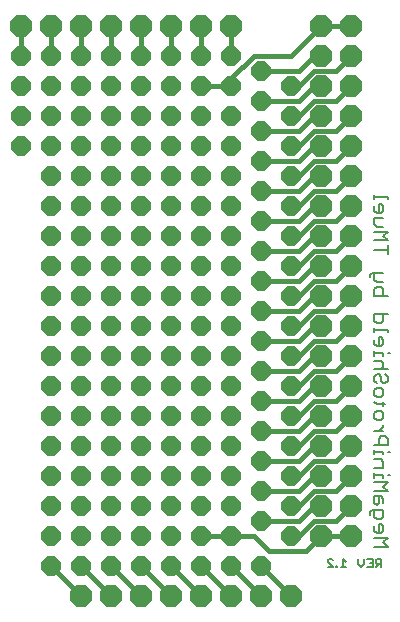
<source format=gbl>
G75*
G70*
%OFA0B0*%
%FSLAX24Y24*%
%IPPOS*%
%LPD*%
%AMOC8*
5,1,8,0,0,1.08239X$1,22.5*
%
%ADD10C,0.0060*%
%ADD11OC8,0.0709*%
%ADD12OC8,0.0650*%
%ADD13C,0.0160*%
D10*
X011716Y002460D02*
X011890Y002460D01*
X011716Y002633D01*
X011716Y002677D01*
X011760Y002720D01*
X011846Y002720D01*
X011890Y002677D01*
X011994Y002503D02*
X011994Y002460D01*
X012037Y002460D01*
X012037Y002503D01*
X011994Y002503D01*
X012158Y002460D02*
X012332Y002460D01*
X012245Y002460D02*
X012245Y002720D01*
X012332Y002633D01*
X012747Y002547D02*
X012747Y002720D01*
X012747Y002547D02*
X012834Y002460D01*
X012921Y002547D01*
X012921Y002720D01*
X013042Y002720D02*
X013216Y002720D01*
X013216Y002460D01*
X013042Y002460D01*
X013129Y002590D02*
X013216Y002590D01*
X013337Y002590D02*
X013337Y002677D01*
X013380Y002720D01*
X013510Y002720D01*
X013510Y002460D01*
X013510Y002547D02*
X013380Y002547D01*
X013337Y002590D01*
X013423Y002547D02*
X013337Y002460D01*
X013280Y003137D02*
X013720Y003137D01*
X013574Y003283D01*
X013720Y003430D01*
X013280Y003430D01*
X013353Y003597D02*
X013280Y003670D01*
X013280Y003817D01*
X013427Y003890D02*
X013427Y003597D01*
X013500Y003597D02*
X013353Y003597D01*
X013500Y003597D02*
X013574Y003670D01*
X013574Y003817D01*
X013500Y003890D01*
X013427Y003890D01*
X013500Y004057D02*
X013353Y004057D01*
X013280Y004131D01*
X013280Y004351D01*
X013207Y004351D02*
X013574Y004351D01*
X013574Y004131D01*
X013500Y004057D01*
X013207Y004351D02*
X013133Y004277D01*
X013133Y004204D01*
X013353Y004518D02*
X013280Y004591D01*
X013280Y004811D01*
X013500Y004811D01*
X013574Y004738D01*
X013574Y004591D01*
X013427Y004591D02*
X013353Y004518D01*
X013427Y004591D02*
X013427Y004811D01*
X013280Y004978D02*
X013720Y004978D01*
X013574Y005125D01*
X013720Y005272D01*
X013280Y005272D01*
X013280Y005438D02*
X013280Y005585D01*
X013280Y005512D02*
X013574Y005512D01*
X013574Y005438D01*
X013720Y005512D02*
X013794Y005512D01*
X013574Y005745D02*
X013574Y005966D01*
X013500Y006039D01*
X013280Y006039D01*
X013280Y006206D02*
X013280Y006353D01*
X013280Y006279D02*
X013574Y006279D01*
X013574Y006206D01*
X013720Y006279D02*
X013794Y006279D01*
X013720Y006513D02*
X013720Y006733D01*
X013647Y006806D01*
X013500Y006806D01*
X013427Y006733D01*
X013427Y006513D01*
X013280Y006513D02*
X013720Y006513D01*
X013574Y006973D02*
X013280Y006973D01*
X013427Y006973D02*
X013574Y007120D01*
X013574Y007193D01*
X013500Y007357D02*
X013353Y007357D01*
X013280Y007430D01*
X013280Y007577D01*
X013353Y007650D01*
X013500Y007650D01*
X013574Y007577D01*
X013574Y007430D01*
X013500Y007357D01*
X013574Y007817D02*
X013574Y007964D01*
X013647Y007891D02*
X013353Y007891D01*
X013280Y007964D01*
X013353Y008124D02*
X013280Y008197D01*
X013280Y008344D01*
X013353Y008418D01*
X013500Y008418D01*
X013574Y008344D01*
X013574Y008197D01*
X013500Y008124D01*
X013353Y008124D01*
X013353Y008584D02*
X013280Y008658D01*
X013280Y008805D01*
X013353Y008878D01*
X013427Y008878D01*
X013500Y008805D01*
X013500Y008658D01*
X013574Y008584D01*
X013647Y008584D01*
X013720Y008658D01*
X013720Y008805D01*
X013647Y008878D01*
X013720Y009045D02*
X013280Y009045D01*
X013500Y009045D02*
X013574Y009118D01*
X013574Y009265D01*
X013500Y009338D01*
X013280Y009338D01*
X013280Y009505D02*
X013280Y009652D01*
X013280Y009579D02*
X013574Y009579D01*
X013574Y009505D01*
X013720Y009579D02*
X013794Y009579D01*
X013500Y009812D02*
X013574Y009886D01*
X013574Y010032D01*
X013500Y010106D01*
X013427Y010106D01*
X013427Y009812D01*
X013500Y009812D02*
X013353Y009812D01*
X013280Y009886D01*
X013280Y010032D01*
X013280Y010273D02*
X013280Y010419D01*
X013280Y010346D02*
X013720Y010346D01*
X013720Y010273D01*
X013500Y010580D02*
X013574Y010653D01*
X013574Y010873D01*
X013720Y010873D02*
X013280Y010873D01*
X013280Y010653D01*
X013353Y010580D01*
X013500Y010580D01*
X013574Y011500D02*
X013574Y011720D01*
X013500Y011794D01*
X013353Y011794D01*
X013280Y011720D01*
X013280Y011500D01*
X013720Y011500D01*
X013574Y011961D02*
X013353Y011961D01*
X013280Y012034D01*
X013280Y012254D01*
X013207Y012254D02*
X013133Y012181D01*
X013133Y012107D01*
X013207Y012254D02*
X013574Y012254D01*
X013720Y012881D02*
X013720Y013175D01*
X013720Y013028D02*
X013280Y013028D01*
X013280Y013342D02*
X013720Y013342D01*
X013574Y013489D01*
X013720Y013635D01*
X013280Y013635D01*
X013353Y013802D02*
X013280Y013876D01*
X013280Y014096D01*
X013574Y014096D01*
X013500Y014263D02*
X013574Y014336D01*
X013574Y014483D01*
X013500Y014556D01*
X013427Y014556D01*
X013427Y014263D01*
X013500Y014263D02*
X013353Y014263D01*
X013280Y014336D01*
X013280Y014483D01*
X013280Y014723D02*
X013280Y014870D01*
X013280Y014796D02*
X013720Y014796D01*
X013720Y014723D01*
X013574Y013802D02*
X013353Y013802D01*
X013280Y005745D02*
X013574Y005745D01*
D11*
X012500Y005500D03*
X012500Y004500D03*
X012500Y003500D03*
X011500Y003500D03*
X011500Y004500D03*
X011500Y005500D03*
X011500Y006500D03*
X011500Y007500D03*
X011500Y008500D03*
X011500Y009500D03*
X011500Y010500D03*
X011500Y011500D03*
X011500Y012500D03*
X011500Y013500D03*
X011500Y014500D03*
X011500Y015500D03*
X011500Y016500D03*
X011500Y017500D03*
X011500Y018500D03*
X011500Y019500D03*
X011500Y020500D03*
X012500Y020500D03*
X012500Y019500D03*
X012500Y018500D03*
X012500Y017500D03*
X012500Y016500D03*
X012500Y015500D03*
X012500Y014500D03*
X012500Y013500D03*
X012500Y012500D03*
X012500Y011500D03*
X012500Y010500D03*
X012500Y009500D03*
X012500Y008500D03*
X012500Y007500D03*
X012500Y006500D03*
X010500Y001500D03*
X009500Y001500D03*
X008500Y001500D03*
X007500Y001500D03*
X006500Y001500D03*
X005500Y001500D03*
X004500Y001500D03*
X003500Y001500D03*
X003500Y020500D03*
X002500Y020500D03*
X001500Y020500D03*
X004500Y020500D03*
X005500Y020500D03*
X006500Y020500D03*
X007500Y020500D03*
X008500Y020500D03*
D12*
X002500Y002500D03*
X002500Y003500D03*
X002500Y004500D03*
X002500Y005500D03*
X002500Y006500D03*
X002500Y007500D03*
X002500Y008500D03*
X002500Y009500D03*
X002500Y010500D03*
X002500Y011500D03*
X002500Y012500D03*
X002500Y013500D03*
X002500Y014500D03*
X002500Y015500D03*
X002500Y016500D03*
X002500Y017500D03*
X002500Y018500D03*
X002500Y019500D03*
X003500Y019500D03*
X003500Y018500D03*
X003500Y017500D03*
X003500Y016500D03*
X003500Y015500D03*
X003500Y014500D03*
X003500Y013500D03*
X003500Y012500D03*
X003500Y011500D03*
X003500Y010500D03*
X003500Y009500D03*
X003500Y008500D03*
X003500Y007500D03*
X003500Y006500D03*
X003500Y005500D03*
X003500Y004500D03*
X003500Y003500D03*
X003500Y002500D03*
X004500Y002500D03*
X004500Y003500D03*
X004500Y004500D03*
X004500Y005500D03*
X004500Y006500D03*
X004500Y007500D03*
X004500Y008500D03*
X004500Y009500D03*
X004500Y010500D03*
X004500Y011500D03*
X004500Y012500D03*
X004500Y013500D03*
X004500Y014500D03*
X004500Y015500D03*
X004500Y016500D03*
X004500Y017500D03*
X004500Y018500D03*
X004500Y019500D03*
X005500Y019500D03*
X005500Y018500D03*
X005500Y017500D03*
X005500Y016500D03*
X005500Y015500D03*
X005500Y014500D03*
X005500Y013500D03*
X005500Y012500D03*
X005500Y011500D03*
X005500Y010500D03*
X005500Y009500D03*
X005500Y008500D03*
X005500Y007500D03*
X005500Y006500D03*
X005500Y005500D03*
X005500Y004500D03*
X005500Y003500D03*
X005500Y002500D03*
X006500Y002500D03*
X006500Y003500D03*
X006500Y004500D03*
X006500Y005500D03*
X006500Y006500D03*
X006500Y007500D03*
X006500Y008500D03*
X006500Y009500D03*
X006500Y010500D03*
X006500Y011500D03*
X006500Y012500D03*
X006500Y013500D03*
X006500Y014500D03*
X006500Y015500D03*
X006500Y016500D03*
X006500Y017500D03*
X006500Y018500D03*
X006500Y019500D03*
X007500Y019500D03*
X007500Y018500D03*
X007500Y017500D03*
X007500Y016500D03*
X007500Y015500D03*
X007500Y014500D03*
X007500Y013500D03*
X007500Y012500D03*
X007500Y011500D03*
X007500Y010500D03*
X007500Y009500D03*
X007500Y008500D03*
X007500Y007500D03*
X007500Y006500D03*
X007500Y005500D03*
X007500Y004500D03*
X007500Y003500D03*
X007500Y002500D03*
X008500Y002500D03*
X008500Y003500D03*
X008500Y004500D03*
X008500Y005500D03*
X008500Y006500D03*
X008500Y007500D03*
X008500Y008500D03*
X008500Y009500D03*
X008500Y010500D03*
X008500Y011500D03*
X008500Y012500D03*
X008500Y013500D03*
X008500Y014500D03*
X008500Y015500D03*
X008500Y016500D03*
X008500Y017500D03*
X008500Y018500D03*
X008500Y019500D03*
X009500Y019000D03*
X009500Y018000D03*
X009500Y017000D03*
X009500Y016000D03*
X009500Y015000D03*
X009500Y014000D03*
X009500Y013000D03*
X009500Y012000D03*
X009500Y011000D03*
X009500Y010000D03*
X009500Y009000D03*
X009500Y008000D03*
X009500Y007000D03*
X009500Y006000D03*
X009500Y005000D03*
X009500Y004000D03*
X010500Y003500D03*
X010500Y004500D03*
X010500Y005500D03*
X010500Y006500D03*
X010500Y007500D03*
X010500Y008500D03*
X010500Y009500D03*
X010500Y010500D03*
X010500Y011500D03*
X010500Y012500D03*
X010500Y013500D03*
X010500Y014500D03*
X010500Y015500D03*
X010500Y016500D03*
X010500Y017500D03*
X010500Y018500D03*
X001500Y018500D03*
X001500Y017500D03*
X001500Y016500D03*
X001500Y019500D03*
X009500Y002500D03*
D13*
X010500Y001500D01*
X009500Y001500D02*
X008500Y002500D01*
X008500Y001500D02*
X007500Y002500D01*
X007500Y001500D02*
X006500Y002500D01*
X006500Y001500D02*
X005500Y002500D01*
X005500Y001500D02*
X004500Y002500D01*
X004500Y001500D02*
X003500Y002500D01*
X003500Y001500D02*
X002500Y002500D01*
X007500Y003500D02*
X008500Y003500D01*
X009250Y003500D01*
X009750Y003000D01*
X011000Y003000D01*
X011500Y003500D01*
X012500Y003500D01*
X012000Y004000D02*
X012500Y004500D01*
X012000Y005000D02*
X012500Y005500D01*
X012000Y005000D02*
X011250Y005000D01*
X010750Y004500D01*
X010500Y004500D01*
X010750Y004000D02*
X011250Y004500D01*
X011500Y004500D01*
X011250Y004000D02*
X012000Y004000D01*
X011250Y004000D02*
X010750Y003500D01*
X010500Y003500D01*
X010750Y004000D02*
X009500Y004000D01*
X009500Y005000D02*
X010750Y005000D01*
X011250Y005500D01*
X011500Y005500D01*
X011250Y006000D02*
X012000Y006000D01*
X012500Y006500D01*
X012000Y007000D02*
X012500Y007500D01*
X012000Y007000D02*
X011250Y007000D01*
X010750Y006500D01*
X010500Y006500D01*
X010750Y007000D02*
X011250Y007500D01*
X011500Y007500D01*
X011250Y008000D02*
X012000Y008000D01*
X012500Y008500D01*
X012000Y009000D02*
X012500Y009500D01*
X012000Y010000D02*
X012500Y010500D01*
X012000Y010000D02*
X011250Y010000D01*
X010750Y009500D01*
X010500Y009500D01*
X010750Y009000D02*
X011250Y009500D01*
X011500Y009500D01*
X011250Y009000D02*
X012000Y009000D01*
X011500Y008500D02*
X011250Y008500D01*
X010750Y008000D01*
X009500Y008000D01*
X009500Y007000D02*
X010750Y007000D01*
X010750Y007500D02*
X010500Y007500D01*
X010750Y007500D02*
X011250Y008000D01*
X010750Y008500D02*
X011250Y009000D01*
X010750Y009000D02*
X009500Y009000D01*
X009500Y010000D02*
X010750Y010000D01*
X011250Y010500D01*
X011500Y010500D01*
X011250Y011000D02*
X012000Y011000D01*
X012500Y011500D01*
X012000Y012000D02*
X012500Y012500D01*
X012000Y013000D02*
X011250Y013000D01*
X010750Y012500D01*
X010500Y012500D01*
X010750Y012000D02*
X009500Y012000D01*
X009500Y011000D02*
X010750Y011000D01*
X011250Y011500D01*
X011500Y011500D01*
X011250Y012000D02*
X012000Y012000D01*
X011500Y012500D02*
X011250Y012500D01*
X010750Y012000D01*
X010750Y011500D02*
X010500Y011500D01*
X010750Y011500D02*
X011250Y012000D01*
X011250Y011000D02*
X010750Y010500D01*
X010500Y010500D01*
X010500Y008500D02*
X010750Y008500D01*
X011250Y006500D02*
X011500Y006500D01*
X011250Y006500D02*
X010750Y006000D01*
X009500Y006000D01*
X010500Y005500D02*
X010750Y005500D01*
X011250Y006000D01*
X010750Y013000D02*
X009500Y013000D01*
X009500Y014000D02*
X010750Y014000D01*
X011250Y014500D01*
X011500Y014500D01*
X011250Y015000D02*
X010750Y014500D01*
X010500Y014500D01*
X010750Y015000D02*
X009500Y015000D01*
X009500Y016000D02*
X010750Y016000D01*
X011250Y016500D01*
X011500Y016500D01*
X011250Y017000D02*
X010750Y016500D01*
X010500Y016500D01*
X010750Y017000D02*
X009500Y017000D01*
X009500Y018000D02*
X010750Y018000D01*
X011250Y018500D01*
X011500Y018500D01*
X011250Y018000D02*
X010750Y017500D01*
X010500Y017500D01*
X010750Y017000D02*
X011250Y017500D01*
X011500Y017500D01*
X011250Y017000D02*
X012000Y017000D01*
X012500Y017500D01*
X012000Y018000D02*
X011250Y018000D01*
X010750Y018500D02*
X011250Y019000D01*
X012000Y019000D01*
X012500Y019500D01*
X012500Y020500D02*
X011500Y020500D01*
X010500Y019500D01*
X009250Y019500D01*
X008500Y018750D01*
X008500Y018500D01*
X007500Y018500D01*
X007500Y019500D02*
X007500Y020500D01*
X006500Y020500D02*
X006500Y019500D01*
X005500Y019500D02*
X005500Y020500D01*
X004500Y020500D02*
X004500Y019500D01*
X003500Y019500D02*
X003500Y020500D01*
X002500Y020500D02*
X002500Y019500D01*
X001500Y019500D02*
X001500Y020500D01*
X008500Y020500D02*
X008500Y019500D01*
X009500Y019000D02*
X010750Y019000D01*
X011250Y019500D01*
X011500Y019500D01*
X010750Y018500D02*
X010500Y018500D01*
X012000Y018000D02*
X012500Y018500D01*
X012500Y016500D02*
X012000Y016000D01*
X011250Y016000D01*
X010750Y015500D01*
X010500Y015500D01*
X010750Y015000D02*
X011250Y015500D01*
X011500Y015500D01*
X011250Y015000D02*
X012000Y015000D01*
X012500Y015500D01*
X012500Y014500D02*
X012000Y014000D01*
X011250Y014000D01*
X010750Y013500D01*
X010500Y013500D01*
X010750Y013000D02*
X011250Y013500D01*
X011500Y013500D01*
X012000Y013000D02*
X012500Y013500D01*
M02*

</source>
